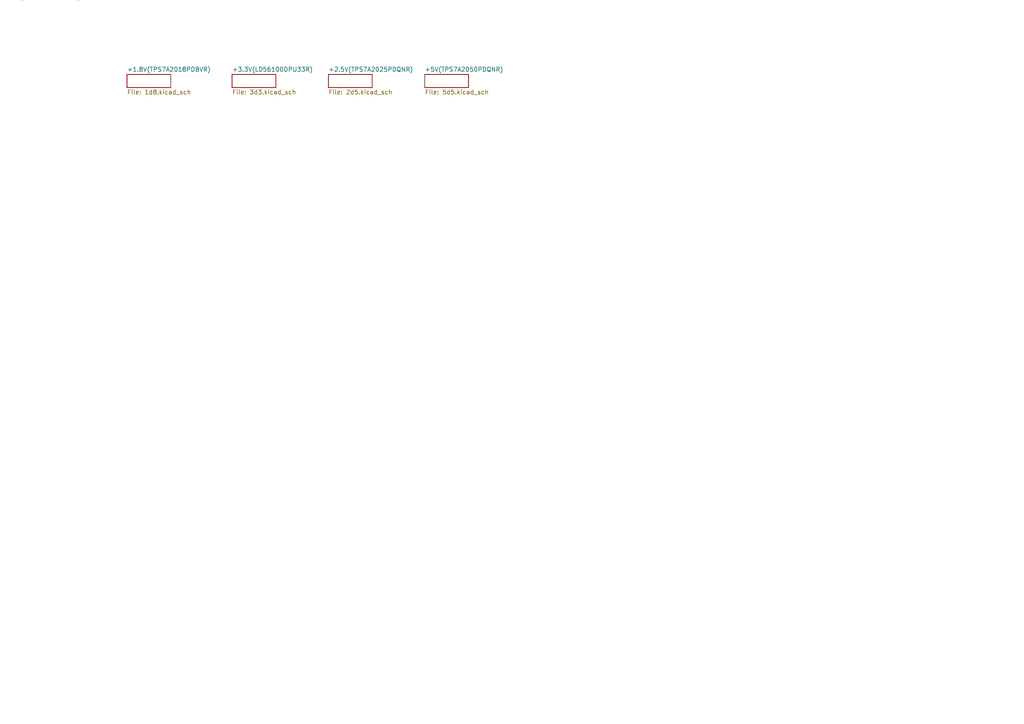
<source format=kicad_sch>
(kicad_sch (version 20230121) (generator eeschema)
  (paper "A4")
  (lib_symbols)
  (text "+3.3V(LD56100DPU33R)" (at 0 0 0) (effects (font (size 1.27 1.27)) (justify left bottom)))
  (sheet (at 95.25 21.59) (size 12.7 3.81) (stroke (width 0.1524))
    (property "Sheetname" "+2.5V(TPS7A2025PDQNR)" (at 95.25 20.8784 0) (effects (justify left bottom)))
    (property "Sheetfile" "2d5.kicad_sch" (at 95.25 25.9846 0) (effects (justify left top)))
  )
  (sheet (at 36.83 21.59) (size 12.7 3.81) (stroke (width 0.1524))
    (property "Sheetname" "+1.8V(TPS7A2018PDBVR)" (at 36.83 20.8784 0) (effects (justify left bottom)))
    (property "Sheetfile" "1d8.kicad_sch" (at 36.83 25.9846 0) (effects (justify left top)))
  )
  (sheet (at 123.19 21.59) (size 12.7 3.81) (stroke (width 0.1524))
    (property "Sheetname" "+5V(TPS7A2050PDQNR)" (at 123.19 20.8784 0) (effects (justify left bottom)))
    (property "Sheetfile" "5d5.kicad_sch" (at 123.19 25.9846 0) (effects (justify left top)))
  )
  (sheet (at 67.31 21.59) (size 12.7 3.81) (stroke (width 0.1524))
    (property "Sheetname" "+3.3V(LD56100DPU33R)" (at 67.31 20.8784 0) (effects (justify left bottom)))
    (property "Sheetfile" "3d3.kicad_sch" (at 67.31 25.9846 0) (effects (justify left top)))
  )
)
</source>
